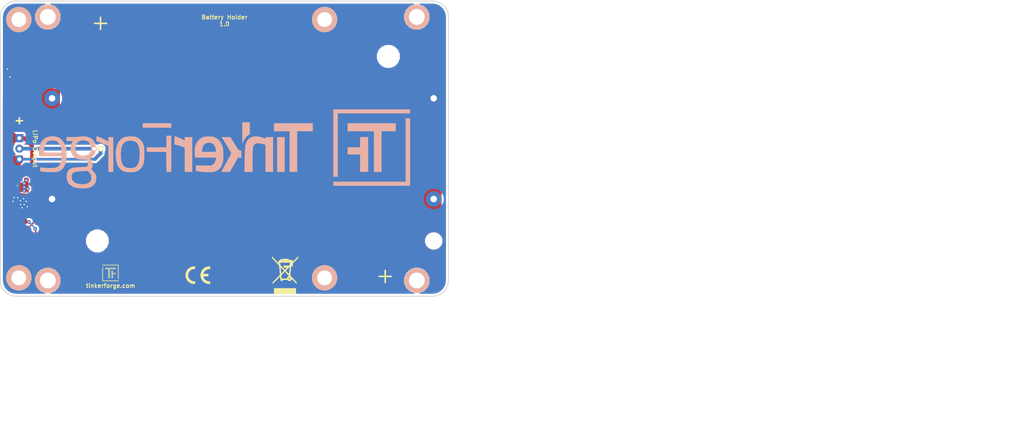
<source format=kicad_pcb>
(kicad_pcb (version 20171130) (host pcbnew 5.0.1-33cea8e~68~ubuntu18.04.1)
  (title_block (title "Battery Holder") (date 2018-11-23) (rev 1.0) (company "Tinkerforge GmbH") (comment 1 "Licensed under CERN OHL v.1.1") (comment 2 "Copyright (©) 2018, B.Nordmeyer <bastian@tinkerforge.com>"))
  (layers (0 F.Cu signal) (31 B.Cu signal) (34 B.Paste user) (35 F.Paste user) (36 B.SilkS user) (37 F.SilkS user) (38 B.Mask user) (39 F.Mask user) (44 Edge.Cuts user))
  (net 0 "")
  (net 1 GND)
  (net 2 "Net-(K101-Pad2)")
  (net 3 "Net-(C101-Pad1)")
  (net 4 EP1)
  (net 5 GBAT)
  (net 6 OUT)
  (net 7 "Net-(D101-Pad2)")
  (net 8 "Net-(Q101-PadC)")
  (net 9 "Net-(Q102-PadC)")
  (net 10 "Net-(D102-Pad2)")
  (net 11 "Net-(R106-Pad2)")
  (net 12 VBAT2)
  (net 13 VBAT1)
  (module kicad-libraries:TF_LOGO_70MM (layer B.Cu) (at 115.5 104 180)
    (fp_text reference G*** hide)
    (fp_text value LOGO hide)
  )
  (module BAT_1049P (layer F.Cu) (at 119 104)
    (fp_text reference J101)
    (fp_text value BAT_1049P)
    (pad "" np_thru_hole circle (at 36.2 17.5) (size 2.5 2.5) (drill 2.5) (layers *.Cu *.Mask))
    (pad "" np_thru_hole circle (at 27.6 -17.5) (size 3.55 3.55) (drill 3.55) (layers *.Cu *.Mask))
    (pad "" np_thru_hole circle (at -27.6 17.5) (size 3.55 3.55) (drill 3.55) (layers *.Cu *.Mask))
    (pad 4 thru_hole circle (at 36.2 -9.55) (size 3 3) (drill 1.23) (layers *.Cu *.Mask) (net 5 GBAT))
    (pad 3 thru_hole circle (at 36.2 9.55) (size 3 3) (drill 1.23) (layers *.Cu *.Mask) (net 12 VBAT2))
    (pad 2 thru_hole circle (at -36.2 9.55) (size 3 3) (drill 1.23) (layers *.Cu *.Mask) (net 5 GBAT))
    (pad 1 thru_hole circle (at -36.2 -9.55) (size 3 3) (drill 1.23) (layers *.Cu *.Mask) (net 13 VBAT1))
  )
  (module kicad-libraries:JST-PH-3-THT (layer F.Cu) (at 76.6 104 90)
    (fp_text reference K101)
    (fp_text value BAT)
    (pad 1 thru_hole rect (at 2 0 270) (size 1.524 1.524) (drill 0.762) (layers *.Cu *.Mask) (net 6 OUT))
    (pad 2 thru_hole circle (at 0 0 270) (size 1.524 1.524) (drill 0.762) (layers *.Cu *.Mask) (net 2 "Net-(K101-Pad2)"))
    (pad 3 thru_hole circle (at -2 0 270) (size 1.524 1.524) (drill 0.762) (layers *.Cu *.Mask) (net 1 GND))
  )
  (module kicad-libraries:DRILL_26 (layer F.Cu) (at 76.5 128.5)
    (fp_text reference REF**)
    (fp_text value DRILL_26)
    (pad "" np_thru_hole circle (at 0 0) (size 2.75 2.75) (drill 2.75) (layers *.Cu *.Mask))
  )
  (module kicad-libraries:DRILL_26 (layer F.Cu) (at 76.5 79.5)
    (fp_text reference REF**)
    (fp_text value DRILL_26)
    (pad "" np_thru_hole circle (at 0 0) (size 2.75 2.75) (drill 2.75) (layers *.Cu *.Mask))
  )
  (module kicad-libraries:DRILL_26 (layer F.Cu) (at 134.5 79.5)
    (fp_text reference REF**)
    (fp_text value DRILL_26)
    (pad "" np_thru_hole circle (at 0 0) (size 2.75 2.75) (drill 2.75) (layers *.Cu *.Mask))
  )
  (module kicad-libraries:DRILL_26 (layer F.Cu) (at 134.5 128.5)
    (fp_text reference REF**)
    (fp_text value DRILL_26)
    (pad "" np_thru_hole circle (at 0 0) (size 2.75 2.75) (drill 2.75) (layers *.Cu *.Mask))
  )
  (module kicad-libraries:Logo_31x31 (layer F.Cu) (at 92.3 126)
    (fp_text reference G*** hide)
    (fp_text value Logo_31x31 hide)
  )
  (module kicad-libraries:DRILL_NP (layer F.Cu) (at 82 129)
    (fp_text reference ~4 hide)
    (fp_text value DRILL hide)
    (pad "" np_thru_hole circle (at 0 0) (size 2.99974 2.99974) (drill 2.99974) (layers *.Cu *.Mask F.SilkS) (clearance 0.89916))
  )
  (module kicad-libraries:DRILL_NP (layer F.Cu) (at 82 79)
    (fp_text reference ~4 hide)
    (fp_text value DRILL hide)
    (pad "" np_thru_hole circle (at 0 0) (size 2.99974 2.99974) (drill 2.99974) (layers *.Cu *.Mask F.SilkS) (clearance 0.89916))
  )
  (module kicad-libraries:DRILL_NP (layer F.Cu) (at 152 129)
    (fp_text reference ~4 hide)
    (fp_text value DRILL hide)
    (pad "" np_thru_hole circle (at 0 0) (size 2.99974 2.99974) (drill 2.99974) (layers *.Cu *.Mask F.SilkS) (clearance 0.89916))
  )
  (module kicad-libraries:DRILL_NP (layer F.Cu) (at 152 79)
    (fp_text reference ~4 hide)
    (fp_text value DRILL hide)
    (pad "" np_thru_hole circle (at 0 0) (size 2.99974 2.99974) (drill 2.99974) (layers *.Cu *.Mask F.SilkS) (clearance 0.89916))
  )
  (module kicad-libraries:CE_5mm (layer F.Cu) (at 110.5 128)
    (fp_text reference VAL hide)
    (fp_text value CE_5mm hide)
  )
  (module kicad-libraries:WEEE_7mm (layer F.Cu) (at 127 128)
    (fp_text reference VAL hide)
    (fp_text value WEEE_7mm hide)
  )
  (module DFN2030-6 (layer F.Cu) (at 76.2 111.3)
    (fp_text reference U101)
    (fp_text value AP9211)
    (pad 4 smd rect (at 0.8 -1.35) (size 0.4 0.5) (layers F.Cu F.Paste F.Mask))
    (pad 3 smd rect (at 0.8 1.35) (size 0.4 0.5) (layers F.Cu F.Paste F.Mask) (net 3 "Net-(C101-Pad1)"))
    (pad 5 smd rect (at 0.2 -1.35) (size 0.4 0.5) (layers F.Cu F.Paste F.Mask) (net 11 "Net-(R106-Pad2)"))
    (pad 2 smd rect (at 0.2 1.35) (size 0.4 0.5) (layers F.Cu F.Paste F.Mask) (net 5 GBAT))
    (pad 1 smd rect (at -0.575 1.35) (size 0.75 0.5) (layers F.Cu F.Paste F.Mask) (net 5 GBAT))
    (pad 6 smd rect (at -0.575 -1.35) (size 0.75 0.5) (layers F.Cu F.Paste F.Mask) (net 1 GND))
    (pad EP smd rect (at 0 0) (size 1.8 1.8) (layers F.Cu F.Paste F.Mask) (net 4 EP1))
  )
  (module kicad-libraries:Pin_Header_Straight_1x02_127 (layer F.Cu) (at 91.4 104 90)
    (fp_text reference K102)
    (fp_text value NTC)
    (pad 2 thru_hole circle (at 0 0.635 90) (size 1.05 1.05) (drill 0.65) (layers *.Cu *.Mask F.SilkS) (net 1 GND))
    (pad 1 thru_hole circle (at 0 -0.635 90) (size 1.05 1.05) (drill 0.65) (layers *.Cu *.Mask F.SilkS) (net 2 "Net-(K101-Pad2)"))
  )
  (module SOT23EBC (layer F.Cu) (at 76.7 91.3 90)
    (fp_text reference Q101)
    (fp_text value NPN)
    (pad B smd rect (at -0.889 -1.016 90) (size 0.9144 0.9144) (layers F.Cu F.Paste F.Mask) (net 7 "Net-(D101-Pad2)"))
    (pad E smd rect (at 0.889 -1.016 90) (size 0.9144 0.9144) (layers F.Cu F.Paste F.Mask) (net 5 GBAT))
    (pad C smd rect (at 0 1.016 90) (size 0.9144 0.9144) (layers F.Cu F.Paste F.Mask) (net 8 "Net-(Q101-PadC)"))
  )
  (module SOT23EBC (layer F.Cu) (at 78.6 116.9 90)
    (fp_text reference Q102)
    (fp_text value NPN)
    (pad C smd rect (at 0 1.016 90) (size 0.9144 0.9144) (layers F.Cu F.Paste F.Mask) (net 9 "Net-(Q102-PadC)"))
    (pad E smd rect (at 0.889 -1.016 90) (size 0.9144 0.9144) (layers F.Cu F.Paste F.Mask) (net 5 GBAT))
    (pad B smd rect (at -0.889 -1.016 90) (size 0.9144 0.9144) (layers F.Cu F.Paste F.Mask) (net 10 "Net-(D102-Pad2)"))
  )
  (module SOT26GDS (layer F.Cu) (at 77.1 96 90)
    (fp_text reference Q103)
    (fp_text value DMP2035UVTQ)
    (pad D smd rect (at -0.95 -1.2 90) (size 0.55 1) (layers F.Cu F.Paste F.Mask) (net 13 VBAT1))
    (pad D smd rect (at 0 -1.2 90) (size 0.55 1) (layers F.Cu F.Paste F.Mask) (net 13 VBAT1))
    (pad S smd rect (at 0.95 -1.2 90) (size 0.55 1) (layers F.Cu F.Paste F.Mask) (net 6 OUT))
    (pad G smd rect (at 0.95 1.2 90) (size 0.55 1) (layers F.Cu F.Paste F.Mask) (net 8 "Net-(Q101-PadC)"))
    (pad D smd rect (at 0 1.2 90) (size 0.55 1) (layers F.Cu F.Paste F.Mask) (net 13 VBAT1))
    (pad D smd rect (at -0.95 1.2 90) (size 0.55 1) (layers F.Cu F.Paste F.Mask) (net 13 VBAT1))
  )
  (module SOT26GDS (layer F.Cu) (at 77.1 122.2 90)
    (fp_text reference Q104)
    (fp_text value DMP2035UVTQ)
    (pad D smd rect (at -0.95 1.2 90) (size 0.55 1) (layers F.Cu F.Paste F.Mask) (net 12 VBAT2))
    (pad D smd rect (at 0 1.2 90) (size 0.55 1) (layers F.Cu F.Paste F.Mask) (net 12 VBAT2))
    (pad G smd rect (at 0.95 1.2 90) (size 0.55 1) (layers F.Cu F.Paste F.Mask) (net 9 "Net-(Q102-PadC)"))
    (pad S smd rect (at 0.95 -1.2 90) (size 0.55 1) (layers F.Cu F.Paste F.Mask) (net 6 OUT))
    (pad D smd rect (at 0 -1.2 90) (size 0.55 1) (layers F.Cu F.Paste F.Mask) (net 12 VBAT2))
    (pad D smd rect (at -0.95 -1.2 90) (size 0.55 1) (layers F.Cu F.Paste F.Mask) (net 12 VBAT2))
  )
  (module R0603F (layer F.Cu) (at 79 109.9 90)
    (fp_text reference R105)
    (fp_text value 330)
    (pad 2 smd rect (at 0.75 0 90) (size 0.9 0.9) (layers F.Cu F.Paste F.Mask) (net 6 OUT))
    (pad 1 smd rect (at -0.75 0 90) (size 0.9 0.9) (layers F.Cu F.Paste F.Mask) (net 3 "Net-(C101-Pad1)"))
  )
  (module R0603F (layer F.Cu) (at 76.4 108.7)
    (fp_text reference R106)
    (fp_text value 2.7k)
    (pad 1 smd rect (at -0.75 0) (size 0.9 0.9) (layers F.Cu F.Paste F.Mask) (net 1 GND))
    (pad 2 smd rect (at 0.75 0) (size 0.9 0.9) (layers F.Cu F.Paste F.Mask) (net 11 "Net-(R106-Pad2)"))
  )
  (module C0603F (layer F.Cu) (at 79 113.3 270)
    (fp_text reference C101)
    (fp_text value 100nF)
    (pad 1 smd rect (at -0.75 0 270) (size 0.9 0.9) (layers F.Cu F.Paste F.Mask) (net 3 "Net-(C101-Pad1)"))
    (pad 2 smd rect (at 0.75 0 270) (size 0.9 0.9) (layers F.Cu F.Paste F.Mask) (net 5 GBAT))
  )
  (module TSTPT (layer F.Cu) (at 76.2 111.3)
    (fp_text reference P101 (at 0 -0.3) (layer F.SilkS) (effects (font (size 0.127 0.127) (thickness 0.03175))))
    (fp_text value C (at 0 0) (layer F.SilkS) (effects (font (size 0.127 0.127) (thickness 0.03175))))
    (pad 1 smd circle (at 0 0) (size 0.1 0.1) (layers F.Cu F.Paste F.Mask) (net 4 EP1))
  )
  (module R0603F (layer F.Cu) (at 79 91.4 270)
    (fp_text reference R101)
    (fp_text value 10k)
    (pad 2 smd rect (at 0.75 0 270) (size 0.9 0.9) (layers F.Cu F.Paste F.Mask) (net 13 VBAT1))
    (pad 1 smd rect (at -0.75 0 270) (size 0.9 0.9) (layers F.Cu F.Paste F.Mask) (net 7 "Net-(D101-Pad2)"))
  )
  (module R0603F (layer F.Cu) (at 79.7 121.1 270)
    (fp_text reference R102)
    (fp_text value 10k)
    (pad 2 smd rect (at 0.75 0 270) (size 0.9 0.9) (layers F.Cu F.Paste F.Mask) (net 12 VBAT2))
    (pad 1 smd rect (at -0.75 0 270) (size 0.9 0.9) (layers F.Cu F.Paste F.Mask) (net 10 "Net-(D102-Pad2)"))
  )
  (module R0603F (layer F.Cu) (at 77.1 93.7 180)
    (fp_text reference R103)
    (fp_text value 10k)
    (pad 1 smd rect (at -0.75 0 180) (size 0.9 0.9) (layers F.Cu F.Paste F.Mask) (net 8 "Net-(Q101-PadC)"))
    (pad 2 smd rect (at 0.75 0 180) (size 0.9 0.9) (layers F.Cu F.Paste F.Mask) (net 6 OUT))
  )
  (module R0603F (layer F.Cu) (at 77.1 119.9 180)
    (fp_text reference R104)
    (fp_text value 10k)
    (pad 1 smd rect (at -0.75 0 180) (size 0.9 0.9) (layers F.Cu F.Paste F.Mask) (net 9 "Net-(Q102-PadC)"))
    (pad 2 smd rect (at 0.75 0 180) (size 0.9 0.9) (layers F.Cu F.Paste F.Mask) (net 6 OUT))
  )
  (module SOD-123 (layer F.Cu) (at 77.2 88.9)
    (fp_text reference D101)
    (fp_text value LL4148)
    (pad 2 smd rect (at 1.84912 0) (size 1.19888 0.70104) (layers F.Cu F.Paste F.Mask) (net 7 "Net-(D101-Pad2)") (clearance 0.14986))
    (pad 1 smd rect (at -1.84912 0) (size 1.19888 0.70104) (layers F.Cu F.Paste F.Mask) (net 5 GBAT) (clearance 0.14986))
  )
  (module SOD-123 (layer F.Cu) (at 76.1 116.6 270)
    (fp_text reference D102)
    (fp_text value LL4148)
    (pad 1 smd rect (at -1.84912 0 270) (size 1.19888 0.70104) (layers F.Cu F.Paste F.Mask) (net 5 GBAT) (clearance 0.14986))
    (pad 2 smd rect (at 1.84912 0 270) (size 1.19888 0.70104) (layers F.Cu F.Paste F.Mask) (net 10 "Net-(D102-Pad2)") (clearance 0.14986))
  )
  (gr_text + (at 146 128) (layer F.SilkS) (effects (font (size 3 3) (thickness 0.3))))
  (gr_text + (at 92 80) (layer F.SilkS) (effects (font (size 3 3) (thickness 0.3))))
  (gr_circle (center 134.5 128.5) (end 136.4 128.5) (layer B.SilkS) (width 1))
  (gr_circle (center 134.5 79.5) (end 136.4 79.5) (layer B.SilkS) (width 1))
  (gr_circle (center 76.5 79.5) (end 78.4 79.5) (layer B.SilkS) (width 1))
  (gr_circle (center 76.5 128.5) (end 78.4 128.5) (layer B.SilkS) (width 1))
  (gr_circle (center 76.5 128.5) (end 78.4 128.5) (layer F.SilkS) (width 1))
  (gr_circle (center 134.5 128.5) (end 136.4 128.5) (layer F.SilkS) (width 1))
  (gr_circle (center 134.5 79.5) (end 136.4 79.5) (layer F.SilkS) (width 1))
  (gr_circle (center 76.5 79.5) (end 78.4 79.5) (layer F.SilkS) (width 1))
  (gr_text "Battery Holder\n1.0" (at 115.5 79.7) (layer F.SilkS) (effects (font (size 0.8 0.8))))
  (gr_text tinkerforge.com (at 93.9 130) (layer F.SilkS) (effects (font (size 0.8 0.8))))
  (gr_text + (at 76.6 98.6) (layer F.SilkS) (effects (font (size 1.5 1.5) (thickness 0.3))))
  (gr_text "LiPo Output" (at 79.6 104 270) (layer F.SilkS) (effects (font (size 0.8 0.8))))
  (gr_line (start 158 79) (end 158 129) (angle 90) (layer Edge.Cuts) (width 0.15))
  (gr_line (start 76 76) (end 155 76) (angle 90) (layer Edge.Cuts) (width 0.15))
  (gr_line (start 73 129) (end 73 79) (angle 90) (layer Edge.Cuts) (width 0.15))
  (gr_line (start 155 132) (end 76 132) (angle 90) (layer Edge.Cuts) (width 0.15))
  (gr_arc (start 76 129) (end 76 132) (angle 90) (layer Edge.Cuts) (width 0.15))
  (gr_arc (start 155 129) (end 158 129) (angle 90) (layer Edge.Cuts) (width 0.15))
  (gr_arc (start 155 79) (end 155 76) (angle 90) (layer Edge.Cuts) (width 0.15))
  (gr_arc (start 76 79) (end 73 79) (angle 90) (layer Edge.Cuts) (width 0.15))
  (segment (start 75.825 109.95) (end 75.825 108.925) (width 0.25) (layer F.Cu) (net 1))
  (segment (start 75.6 108.7) (end 75.65 108.7) (width 0.25) (layer F.Cu) (net 1))
  (segment (start 75.825 108.925) (end 75.6 108.7) (width 0.25) (layer F.Cu) (net 1))
  (segment (start 75.65 108.7) (end 75.65 106.95) (width 0.25) (layer F.Cu) (net 1))
  (segment (start 75.65 106.95) (end 76.6 106) (width 0.25) (layer F.Cu) (net 1))
  (segment (start 76.6 106) (end 90.9 106) (width 0.5) (layer B.Cu) (net 1))
  (segment (start 92.035 104.865) (end 92.035 104) (width 0.7) (layer B.Cu) (net 1))
  (segment (start 90.9 106) (end 92.035 104.865) (width 0.7) (layer B.Cu) (net 1))
  (segment (start 90.765 104) (end 76.6 104) (width 0.7) (layer B.Cu) (net 2))
  (segment (start 77 112.65) (end 78.9 112.65) (width 0.25) (layer F.Cu) (net 3))
  (segment (start 78.9 112.65) (end 79 112.55) (width 0.25) (layer F.Cu) (net 3))
  (segment (start 79 112.55) (end 79 110.65) (width 0.25) (layer F.Cu) (net 3))
  (segment (start 76.2 111.3) (end 77.5 111.3) (width 0.7) (layer F.Cu) (net 4))
  (via (at 77.5 110.6) (size 0.7) (drill 0.25) (layers F.Cu B.Cu) (net 4))
  (via (at 77.9 110) (size 0.7) (drill 0.25) (layers F.Cu B.Cu) (net 4))
  (segment (start 77.9 110) (end 77.9 110.5) (width 0.7) (layer F.Cu) (net 4))
  (segment (start 77.8 110.6) (end 77.9 110.5) (width 0.7) (layer F.Cu) (net 4))
  (segment (start 77.5 110.6) (end 77.8 110.6) (width 0.7) (layer F.Cu) (net 4))
  (via (at 77.5 111.3) (size 0.7) (drill 0.25) (layers F.Cu B.Cu) (net 4))
  (segment (start 77.5 110.6) (end 77.5 111.3) (width 0.7) (layer F.Cu) (net 4))
  (via (at 78.2 111.6) (size 0.7) (drill 0.25) (layers F.Cu B.Cu) (net 4))
  (segment (start 78.2 111.6) (end 77.9 111.3) (width 0.7) (layer F.Cu) (net 4))
  (segment (start 77.9 111.3) (end 77.5 111.3) (width 0.7) (layer F.Cu) (net 4))
  (via (at 77.5 112) (size 0.7) (drill 0.25) (layers F.Cu B.Cu) (net 4))
  (segment (start 77.5 111.3) (end 77.5 112) (width 0.7) (layer F.Cu) (net 4))
  (segment (start 75.825 112.65) (end 75.825 113.525) (width 0.25) (layer F.Cu) (net 5))
  (segment (start 76.2 113.9) (end 76.25 113.9) (width 0.25) (layer F.Cu) (net 5))
  (segment (start 75.825 113.525) (end 76.2 113.9) (width 0.25) (layer F.Cu) (net 5))
  (segment (start 76.6 113.5) (end 76.2 113.9) (width 0.25) (layer F.Cu) (net 5))
  (segment (start 76.2 113.9) (end 76.25 113.9) (width 0.25) (layer F.Cu) (net 5))
  (segment (start 75.625 112.65) (end 75.625 113.275) (width 0.5) (layer F.Cu) (net 5))
  (via (at 76.3 113.3) (size 0.7) (drill 0.25) (layers F.Cu B.Cu) (net 5))
  (segment (start 76.3 113.3) (end 76.4 113.2) (width 0.25) (layer F.Cu) (net 5))
  (segment (start 76.4 113.2) (end 76.4 112.65) (width 0.25) (layer F.Cu) (net 5))
  (via (at 76.8 114.6) (size 0.7) (drill 0.25) (layers F.Cu B.Cu) (net 5))
  (via (at 78.1 115) (size 0.7) (drill 0.25) (layers F.Cu B.Cu) (net 5))
  (segment (start 78.1 115) (end 77.7 114.6) (width 0.25) (layer F.Cu) (net 5))
  (segment (start 77.5 114.6) (end 77.7 114.6) (width 0.25) (layer F.Cu) (net 5))
  (segment (start 76.8 114.6) (end 76.8 113.9) (width 0.5) (layer F.Cu) (net 5))
  (via (at 76.8 113.9) (size 0.7) (drill 0.25) (layers F.Cu B.Cu) (net 5))
  (segment (start 77.5 114.6) (end 76.8 114.6) (width 0.25) (layer F.Cu) (net 5))
  (via (at 77.5 114.6) (size 0.7) (drill 0.25) (layers F.Cu B.Cu) (net 5))
  (via (at 77.9 114) (size 0.7) (drill 0.25) (layers F.Cu B.Cu) (net 5))
  (segment (start 77.9 114) (end 77.4 113.5) (width 0.25) (layer F.Cu) (net 5))
  (segment (start 77 113.9) (end 76.8 113.9) (width 0.5) (layer F.Cu) (net 5))
  (segment (start 77.4 113.5) (end 77 113.9) (width 0.5) (layer F.Cu) (net 5))
  (via (at 77.4 113.5) (size 0.7) (drill 0.25) (layers F.Cu B.Cu) (net 5))
  (segment (start 76.3 113.3) (end 75.6 113.3) (width 0.5) (layer F.Cu) (net 5))
  (via (at 75.6 113.3) (size 0.7) (drill 0.25) (layers F.Cu B.Cu) (net 5))
  (segment (start 76.3 113.3) (end 76.3 113.4) (width 0.5) (layer F.Cu) (net 5))
  (segment (start 76.8 113.9) (end 76.3 113.4) (width 0.5) (layer F.Cu) (net 5))
  (segment (start 75.625 113.275) (end 75.6 113.3) (width 0.5) (layer F.Cu) (net 5))
  (via (at 75.4 114) (size 0.7) (drill 0.25) (layers F.Cu B.Cu) (net 5))
  (segment (start 75.4 114) (end 75.6 113.8) (width 0.5) (layer F.Cu) (net 5))
  (segment (start 75.6 113.8) (end 75.6 113.3) (width 0.5) (layer F.Cu) (net 5))
  (segment (start 77.584 116.011) (end 77.584 115.684) (width 0.25) (layer F.Cu) (net 5))
  (via (at 77.1 115.2) (size 0.7) (drill 0.25) (layers F.Cu B.Cu) (net 5))
  (segment (start 77.584 115.684) (end 77.1 115.2) (width 0.25) (layer F.Cu) (net 5))
  (segment (start 75.684 90.411) (end 74.811 90.411) (width 0.7) (layer F.Cu) (net 5))
  (via (at 74.8 90.4) (size 0.7) (drill 0.25) (layers F.Cu B.Cu) (net 5))
  (segment (start 74.811 90.411) (end 74.8 90.4) (width 0.7) (layer F.Cu) (net 5))
  (segment (start 75.35088 88.9) (end 74.3 88.9) (width 0.7) (layer F.Cu) (net 5))
  (via (at 74.3 88.9) (size 0.7) (drill 0.25) (layers F.Cu B.Cu) (net 5))
  (segment (start 75.9 121.25) (end 75.45 121.25) (width 0.25) (layer F.Cu) (net 6))
  (segment (start 74.1 103.5) (end 75.6 102) (width 0.7) (layer F.Cu) (net 6))
  (segment (start 74.1 119.9) (end 74.1 103.5) (width 0.7) (layer F.Cu) (net 6))
  (segment (start 75.45 121.25) (end 74.1 119.9) (width 0.25) (layer F.Cu) (net 6))
  (segment (start 76.35 119.9) (end 76.35 120.05) (width 0.25) (layer F.Cu) (net 6))
  (segment (start 75.9 120.5) (end 75.9 121.25) (width 0.25) (layer F.Cu) (net 6))
  (segment (start 76.35 120.05) (end 75.9 120.5) (width 0.25) (layer F.Cu) (net 6))
  (segment (start 79 109.15) (end 79 103.5) (width 0.7) (layer F.Cu) (net 6))
  (segment (start 77.5 102) (end 76.6 102) (width 0.7) (layer F.Cu) (net 6))
  (segment (start 79 103.5) (end 77.5 102) (width 0.7) (layer F.Cu) (net 6))
  (segment (start 76.6 102) (end 75.6 102) (width 0.7) (layer F.Cu) (net 6))
  (segment (start 75.6 102) (end 74.1 100.5) (width 0.7) (layer F.Cu) (net 6))
  (segment (start 74.1 100.5) (end 74.1 95.9) (width 0.7) (layer F.Cu) (net 6))
  (segment (start 74.1 95.9) (end 74.95 95.05) (width 0.25) (layer F.Cu) (net 6))
  (segment (start 74.95 95.05) (end 75.9 95.05) (width 0.25) (layer F.Cu) (net 6))
  (segment (start 75.9 95.05) (end 75.9 94.15) (width 0.25) (layer F.Cu) (net 6))
  (segment (start 75.9 94.15) (end 76.35 93.7) (width 0.25) (layer F.Cu) (net 6))
  (segment (start 79 90.65) (end 78.65 90.65) (width 0.25) (layer F.Cu) (net 7))
  (segment (start 76.211 92.189) (end 75.684 92.189) (width 0.25) (layer F.Cu) (net 7))
  (segment (start 76.6 91.8) (end 76.211 92.189) (width 0.25) (layer F.Cu) (net 7))
  (segment (start 76.6 90.9) (end 76.6 91.8) (width 0.25) (layer F.Cu) (net 7))
  (segment (start 77.2 90.3) (end 76.6 90.9) (width 0.25) (layer F.Cu) (net 7))
  (segment (start 78.3 90.3) (end 77.2 90.3) (width 0.25) (layer F.Cu) (net 7))
  (segment (start 78.65 90.65) (end 78.3 90.3) (width 0.25) (layer F.Cu) (net 7))
  (segment (start 79 90.65) (end 79 88.94912) (width 0.25) (layer F.Cu) (net 7))
  (segment (start 79 88.94912) (end 79.04912 88.9) (width 0.25) (layer F.Cu) (net 7))
  (segment (start 78.3 95.05) (end 78.3 94.7) (width 0.25) (layer F.Cu) (net 8))
  (segment (start 77.85 94.25) (end 77.85 93.7) (width 0.25) (layer F.Cu) (net 8))
  (segment (start 78.3 94.7) (end 77.85 94.25) (width 0.25) (layer F.Cu) (net 8))
  (segment (start 77.85 93.7) (end 77.85 91.434) (width 0.25) (layer F.Cu) (net 8))
  (segment (start 77.85 91.434) (end 77.716 91.3) (width 0.25) (layer F.Cu) (net 8))
  (segment (start 78.3 121.25) (end 78.3 121.1) (width 0.25) (layer F.Cu) (net 9))
  (segment (start 77.85 120.65) (end 77.85 119.9) (width 0.25) (layer F.Cu) (net 9))
  (segment (start 78.3 121.1) (end 77.85 120.65) (width 0.25) (layer F.Cu) (net 9))
  (segment (start 77.85 119.9) (end 77.85 119.45) (width 0.25) (layer F.Cu) (net 9))
  (segment (start 79.616 117.684) (end 79.616 116.9) (width 0.25) (layer F.Cu) (net 9))
  (segment (start 77.85 119.45) (end 79.616 117.684) (width 0.25) (layer F.Cu) (net 9))
  (segment (start 76.1 118.44912) (end 76.92388 118.44912) (width 0.25) (layer F.Cu) (net 10))
  (segment (start 76.92388 118.44912) (end 77.584 117.789) (width 0.25) (layer F.Cu) (net 10))
  (segment (start 77.584 117.789) (end 78.289 117.789) (width 0.25) (layer F.Cu) (net 10))
  (segment (start 79.7 119.3) (end 79.7 120.35) (width 0.25) (layer F.Cu) (net 10))
  (segment (start 79.6 119.2) (end 79.7 119.3) (width 0.25) (layer F.Cu) (net 10))
  (via (at 79.6 119.2) (size 0.7) (drill 0.25) (layers F.Cu B.Cu) (net 10))
  (segment (start 79.6 119.1) (end 79.6 119.2) (width 0.25) (layer B.Cu) (net 10))
  (segment (start 78.4 117.9) (end 79.6 119.1) (width 0.25) (layer B.Cu) (net 10))
  (via (at 78.4 117.9) (size 0.7) (drill 0.25) (layers F.Cu B.Cu) (net 10))
  (segment (start 78.289 117.789) (end 78.4 117.9) (width 0.25) (layer F.Cu) (net 10))
  (segment (start 76.4 109.95) (end 76.4 109.7) (width 0.25) (layer F.Cu) (net 11))
  (segment (start 77.15 108.95) (end 77.15 108.7) (width 0.25) (layer F.Cu) (net 11))
  (segment (start 76.4 109.7) (end 77.15 108.95) (width 0.25) (layer F.Cu) (net 11))
  (segment (start 78.3 122.2) (end 79.35 122.2) (width 0.7) (layer F.Cu) (net 12))
  (segment (start 79.35 122.2) (end 79.7 121.85) (width 0.7) (layer F.Cu) (net 12))
  (segment (start 79.7 121.85) (end 84.35 121.85) (width 0.7) (layer F.Cu) (net 12))
  (segment (start 151.15 117.6) (end 155.2 113.55) (width 0.7) (layer F.Cu) (net 12))
  (segment (start 88.6 117.6) (end 151.15 117.6) (width 0.7) (layer F.Cu) (net 12))
  (segment (start 84.35 121.85) (end 88.6 117.6) (width 0.7) (layer F.Cu) (net 12))
  (segment (start 75.9 122.2) (end 78.3 122.2) (width 0.25) (layer F.Cu) (net 12))
  (segment (start 75.9 123.15) (end 78.3 123.15) (width 0.25) (layer F.Cu) (net 12))
  (segment (start 78.3 123.15) (end 78.3 122.2) (width 0.25) (layer F.Cu) (net 12))
  (segment (start 78.3 96.95) (end 80.3 96.95) (width 0.7) (layer F.Cu) (net 13))
  (segment (start 80.3 96.95) (end 82.8 94.45) (width 0.7) (layer F.Cu) (net 13))
  (segment (start 75.9 96) (end 78.3 96) (width 0.25) (layer F.Cu) (net 13))
  (segment (start 78.3 96) (end 78.3 96.95) (width 0.25) (layer F.Cu) (net 13))
  (segment (start 75.9 96.95) (end 78.3 96.95) (width 0.25) (layer F.Cu) (net 13))
  (zone (net 5) (net_name GBAT) (layer B.Cu) (connect_pads yes (clearance 0.4)) (min_thickness 0.15) (fill yes (arc_segments 16) (thermal_gap 0.15) (thermal_bridge_width 0.7))
    (polygon (pts (xy 158 76) (xy 158 132) (xy 73 132) (xy 73 76)))
  )
  (zone (net 5) (net_name GBAT) (layer F.Cu) (connect_pads yes (clearance 0.4)) (min_thickness 0.15) (fill yes (arc_segments 16) (thermal_gap 0.15) (thermal_bridge_width 0.7))
    (polygon (pts (xy 78.1 116.5) (xy 78.1 115.6) (xy 79.5 114.7) (xy 79.5 113.6) (xy 78.4 113.6) (xy 77.5 113) (xy 75 113) (xy 75 116.5)))
  )
  (zone (net 1) (net_name GND) (layer F.Cu) (connect_pads yes (clearance 0.4)) (min_thickness 0.15) (fill yes (arc_segments 16) (thermal_gap 0.15) (thermal_bridge_width 0.7))
    (polygon (pts (xy 76 110.2) (xy 76 109.7) (xy 76.2 109.2) (xy 76.2 107.9) (xy 77.3 106.4) (xy 77.3 105.3) (xy 75.2 105.3) (xy 75.2 110.2)))
  )
  (zone (net 12) (net_name VBAT2) (layer F.Cu) (connect_pads yes (clearance 0.4)) (min_thickness 0.15) (fill yes (arc_segments 16) (thermal_gap 0.15) (thermal_bridge_width 0.7))
    (polygon (pts (xy 75.3 121.9) (xy 75.3 123.5) (xy 156.7 123.5) (xy 156.7 111.6) (xy 91.1 111.6) (xy 84 118.4) (xy 80.2 121.4) (xy 79.2 121.4) (xy 79 121.9)))
  )
  (zone (net 13) (net_name VBAT1) (layer F.Cu) (connect_pads yes (clearance 0.4)) (min_thickness 0.15) (fill yes (arc_segments 16) (thermal_gap 0.15) (thermal_bridge_width 0.7))
    (polygon (pts (xy 75.4 95.7) (xy 75.4 97.3) (xy 84.3 97.3) (xy 84.3 92.9) (xy 79.5 91.7) (xy 78.5 91.7) (xy 78.5 92.7) (xy 79 93.3) (xy 79 95.7)))
  )
  (zone (net 6) (net_name OUT) (layer F.Cu) (connect_pads yes (clearance 0.4)) (min_thickness 0.15) (fill yes (arc_segments 16) (thermal_gap 0.15) (thermal_bridge_width 0.7))
    (polygon (pts (xy 76.4 121.5) (xy 73 121.5) (xy 73 94.8) (xy 76.4 94.8) (xy 76.4 95.1) (xy 75.5 95.3) (xy 75.1 95.3) (xy 74.5 96.2) (xy 74.5 99.8) (xy 75.9 101.2) (xy 75.9 102.8) (xy 74.5 104.4) (xy 74.5 119.7) (xy 75.6 120.8) (xy 76.4 120.8)))
  )
  (zone (net 4) (net_name EP1) (layer F.Cu) (connect_pads yes (clearance 0.2)) (min_thickness 0.25) (fill yes (arc_segments 16) (thermal_gap 0.15) (thermal_bridge_width 0.7))
    (polygon (pts (xy 76.5 110.7) (xy 77.1 110.4) (xy 77.5 110.3) (xy 77.5 109.5) (xy 78.4 109.5) (xy 78.4 112.3) (xy 77.4 112.3) (xy 77.1 112.2)))
  )
)
</source>
